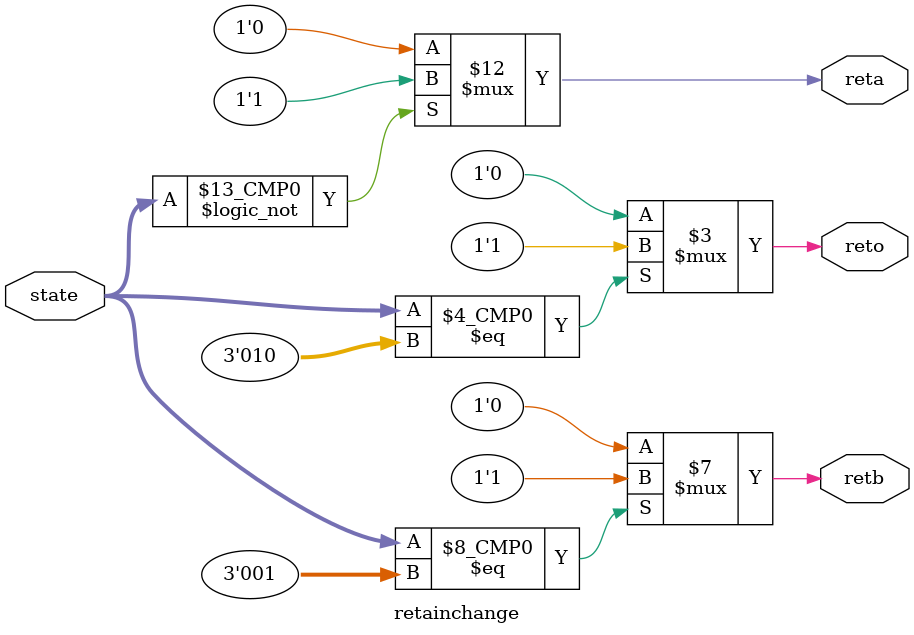
<source format=sv>
`timescale 1ns / 1ps


module retainchange(
	input logic [2:0] state,
	output logic reta, retb, reto
    );
    
    always_comb begin
    	case (state)
    		3'b000: begin
    			reta = 1'b1;
    			retb = 1'b0;
    			reto = 1'b0;
    			end
    		3'b001: begin
    			reta = 1'b0;
    			retb = 1'b1;
    			reto = 1'b0;
    			end
    		3'b010: begin
    			reta = 1'b0;
    			retb = 1'b0;
    			reto = 1'b1;
    			end
    		default: begin
    			reta = 1'b0;
    			retb = 1'b0;
    			reto = 1'b0;
    		end
    	endcase
    end
endmodule

</source>
